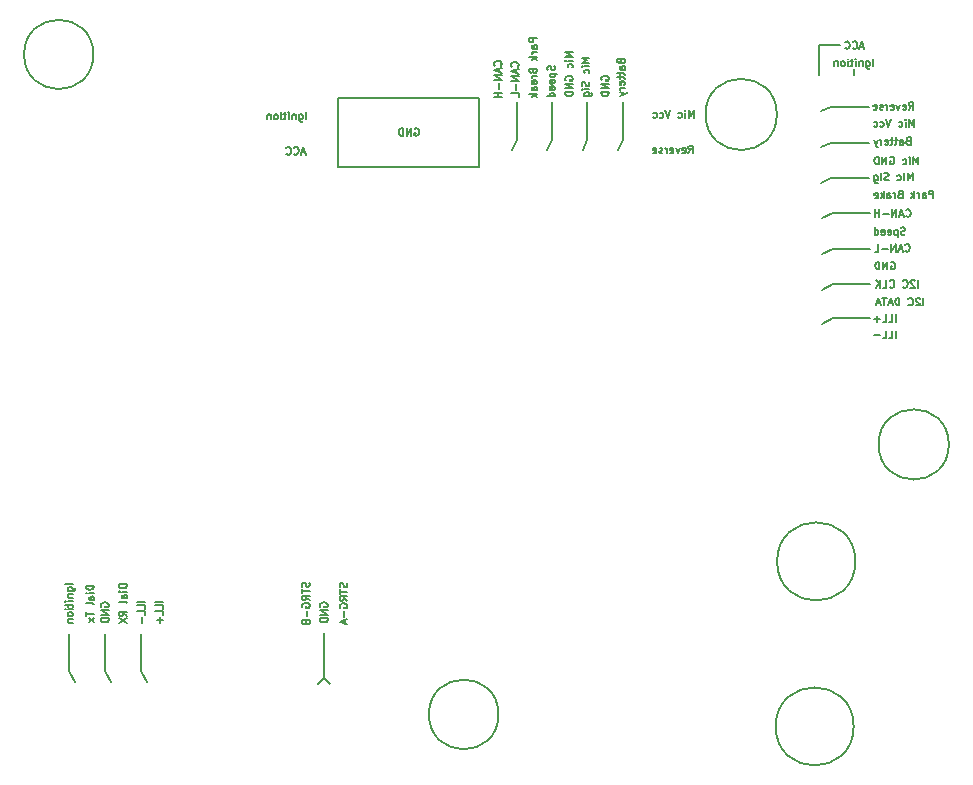
<source format=gbr>
G04 #@! TF.GenerationSoftware,KiCad,Pcbnew,(5.1.2)-2*
G04 #@! TF.CreationDate,2021-02-22T11:23:01-08:00*
G04 #@! TF.ProjectId,eZ_Navi-Delete,655a5f4e-6176-4692-9d44-656c6574652e,rev?*
G04 #@! TF.SameCoordinates,PX9347200PY548a170*
G04 #@! TF.FileFunction,Legend,Bot*
G04 #@! TF.FilePolarity,Positive*
%FSLAX46Y46*%
G04 Gerber Fmt 4.6, Leading zero omitted, Abs format (unit mm)*
G04 Created by KiCad (PCBNEW (5.1.2)-2) date 2021-02-22 11:23:01*
%MOMM*%
%LPD*%
G04 APERTURE LIST*
%ADD10C,0.150000*%
%ADD11C,0.158750*%
%ADD12C,0.200000*%
G04 APERTURE END LIST*
D10*
X-36564977Y28956000D02*
G75*
G03X-36564977Y28956000I-2932023J0D01*
G01*
X-2261257Y-26924000D02*
G75*
G03X-2261257Y-26924000I-2945743J0D01*
G01*
X35865994Y-4064000D02*
G75*
G03X35865994Y-4064000I-2972994J0D01*
G01*
X21306756Y23876000D02*
G75*
G03X21306756Y23876000I-3018756J0D01*
G01*
X-3873500Y19431000D02*
X-15811500Y19431000D01*
X-3873500Y25273000D02*
X-3873500Y19431000D01*
X-15811500Y25273000D02*
X-3873500Y25273000D01*
X-15811500Y19431000D02*
X-15811500Y25273000D01*
D11*
X6477000Y26772810D02*
X6446761Y26833286D01*
X6446761Y26924000D01*
X6477000Y27014715D01*
X6537476Y27075191D01*
X6597952Y27105429D01*
X6718904Y27135667D01*
X6809619Y27135667D01*
X6930571Y27105429D01*
X6991047Y27075191D01*
X7051523Y27014715D01*
X7081761Y26924000D01*
X7081761Y26863524D01*
X7051523Y26772810D01*
X7021285Y26742572D01*
X6809619Y26742572D01*
X6809619Y26863524D01*
X7081761Y26470429D02*
X6446761Y26470429D01*
X7081761Y26107572D01*
X6446761Y26107572D01*
X7081761Y25805191D02*
X6446761Y25805191D01*
X6446761Y25654000D01*
X6477000Y25563286D01*
X6537476Y25502810D01*
X6597952Y25472572D01*
X6718904Y25442334D01*
X6809619Y25442334D01*
X6930571Y25472572D01*
X6991047Y25502810D01*
X7051523Y25563286D01*
X7081761Y25654000D01*
X7081761Y25805191D01*
X4033761Y29149524D02*
X3398761Y29149524D01*
X3852333Y28937858D01*
X3398761Y28726191D01*
X4033761Y28726191D01*
X4033761Y28423810D02*
X3610428Y28423810D01*
X3398761Y28423810D02*
X3429000Y28454048D01*
X3459238Y28423810D01*
X3429000Y28393572D01*
X3398761Y28423810D01*
X3459238Y28423810D01*
X4003523Y27849286D02*
X4033761Y27909762D01*
X4033761Y28030715D01*
X4003523Y28091191D01*
X3973285Y28121429D01*
X3912809Y28151667D01*
X3731380Y28151667D01*
X3670904Y28121429D01*
X3640666Y28091191D01*
X3610428Y28030715D01*
X3610428Y27909762D01*
X3640666Y27849286D01*
X3429000Y26760715D02*
X3398761Y26821191D01*
X3398761Y26911905D01*
X3429000Y27002620D01*
X3489476Y27063096D01*
X3549952Y27093334D01*
X3670904Y27123572D01*
X3761619Y27123572D01*
X3882571Y27093334D01*
X3943047Y27063096D01*
X4003523Y27002620D01*
X4033761Y26911905D01*
X4033761Y26851429D01*
X4003523Y26760715D01*
X3973285Y26730477D01*
X3761619Y26730477D01*
X3761619Y26851429D01*
X4033761Y26458334D02*
X3398761Y26458334D01*
X4033761Y26095477D01*
X3398761Y26095477D01*
X4033761Y25793096D02*
X3398761Y25793096D01*
X3398761Y25641905D01*
X3429000Y25551191D01*
X3489476Y25490715D01*
X3549952Y25460477D01*
X3670904Y25430239D01*
X3761619Y25430239D01*
X3882571Y25460477D01*
X3943047Y25490715D01*
X4003523Y25551191D01*
X4033761Y25641905D01*
X4033761Y25793096D01*
X985761Y30356024D02*
X350761Y30356024D01*
X350761Y30114120D01*
X381000Y30053643D01*
X411238Y30023405D01*
X471714Y29993167D01*
X562428Y29993167D01*
X622904Y30023405D01*
X653142Y30053643D01*
X683380Y30114120D01*
X683380Y30356024D01*
X985761Y29448881D02*
X653142Y29448881D01*
X592666Y29479120D01*
X562428Y29539596D01*
X562428Y29660548D01*
X592666Y29721024D01*
X955523Y29448881D02*
X985761Y29509358D01*
X985761Y29660548D01*
X955523Y29721024D01*
X895047Y29751262D01*
X834571Y29751262D01*
X774095Y29721024D01*
X743857Y29660548D01*
X743857Y29509358D01*
X713619Y29448881D01*
X985761Y29146500D02*
X562428Y29146500D01*
X683380Y29146500D02*
X622904Y29116262D01*
X592666Y29086024D01*
X562428Y29025548D01*
X562428Y28965072D01*
X985761Y28753405D02*
X350761Y28753405D01*
X743857Y28692929D02*
X985761Y28511500D01*
X562428Y28511500D02*
X804333Y28753405D01*
X653142Y27543881D02*
X683380Y27453167D01*
X713619Y27422929D01*
X774095Y27392691D01*
X864809Y27392691D01*
X925285Y27422929D01*
X955523Y27453167D01*
X985761Y27513643D01*
X985761Y27755548D01*
X350761Y27755548D01*
X350761Y27543881D01*
X381000Y27483405D01*
X411238Y27453167D01*
X471714Y27422929D01*
X532190Y27422929D01*
X592666Y27453167D01*
X622904Y27483405D01*
X653142Y27543881D01*
X653142Y27755548D01*
X985761Y27120548D02*
X562428Y27120548D01*
X683380Y27120548D02*
X622904Y27090310D01*
X592666Y27060072D01*
X562428Y26999596D01*
X562428Y26939120D01*
X955523Y26485548D02*
X985761Y26546024D01*
X985761Y26666977D01*
X955523Y26727453D01*
X895047Y26757691D01*
X653142Y26757691D01*
X592666Y26727453D01*
X562428Y26666977D01*
X562428Y26546024D01*
X592666Y26485548D01*
X653142Y26455310D01*
X713619Y26455310D01*
X774095Y26757691D01*
X985761Y25911024D02*
X653142Y25911024D01*
X592666Y25941262D01*
X562428Y26001739D01*
X562428Y26122691D01*
X592666Y26183167D01*
X955523Y25911024D02*
X985761Y25971500D01*
X985761Y26122691D01*
X955523Y26183167D01*
X895047Y26213405D01*
X834571Y26213405D01*
X774095Y26183167D01*
X743857Y26122691D01*
X743857Y25971500D01*
X713619Y25911024D01*
X985761Y25608643D02*
X350761Y25608643D01*
X743857Y25548167D02*
X985761Y25366739D01*
X562428Y25366739D02*
X804333Y25608643D01*
X-2059215Y27994429D02*
X-2028977Y28024667D01*
X-1998739Y28115381D01*
X-1998739Y28175858D01*
X-2028977Y28266572D01*
X-2089453Y28327048D01*
X-2149929Y28357286D01*
X-2270881Y28387524D01*
X-2361596Y28387524D01*
X-2482548Y28357286D01*
X-2543024Y28327048D01*
X-2603500Y28266572D01*
X-2633739Y28175858D01*
X-2633739Y28115381D01*
X-2603500Y28024667D01*
X-2573262Y27994429D01*
X-2180167Y27752524D02*
X-2180167Y27450143D01*
X-1998739Y27813000D02*
X-2633739Y27601334D01*
X-1998739Y27389667D01*
X-1998739Y27178000D02*
X-2633739Y27178000D01*
X-1998739Y26815143D01*
X-2633739Y26815143D01*
X-2240643Y26512762D02*
X-2240643Y26028953D01*
X-1998739Y25726572D02*
X-2633739Y25726572D01*
X-2331358Y25726572D02*
X-2331358Y25363715D01*
X-1998739Y25363715D02*
X-2633739Y25363715D01*
X13824857Y20604239D02*
X14036523Y20906620D01*
X14187714Y20604239D02*
X14187714Y21239239D01*
X13945809Y21239239D01*
X13885333Y21209000D01*
X13855095Y21178762D01*
X13824857Y21118286D01*
X13824857Y21027572D01*
X13855095Y20967096D01*
X13885333Y20936858D01*
X13945809Y20906620D01*
X14187714Y20906620D01*
X13310809Y20634477D02*
X13371285Y20604239D01*
X13492238Y20604239D01*
X13552714Y20634477D01*
X13582952Y20694953D01*
X13582952Y20936858D01*
X13552714Y20997334D01*
X13492238Y21027572D01*
X13371285Y21027572D01*
X13310809Y20997334D01*
X13280571Y20936858D01*
X13280571Y20876381D01*
X13582952Y20815905D01*
X13068904Y21027572D02*
X12917714Y20604239D01*
X12766523Y21027572D01*
X12282714Y20634477D02*
X12343190Y20604239D01*
X12464142Y20604239D01*
X12524619Y20634477D01*
X12554857Y20694953D01*
X12554857Y20936858D01*
X12524619Y20997334D01*
X12464142Y21027572D01*
X12343190Y21027572D01*
X12282714Y20997334D01*
X12252476Y20936858D01*
X12252476Y20876381D01*
X12554857Y20815905D01*
X11980333Y20604239D02*
X11980333Y21027572D01*
X11980333Y20906620D02*
X11950095Y20967096D01*
X11919857Y20997334D01*
X11859380Y21027572D01*
X11798904Y21027572D01*
X11617476Y20634477D02*
X11557000Y20604239D01*
X11436047Y20604239D01*
X11375571Y20634477D01*
X11345333Y20694953D01*
X11345333Y20725191D01*
X11375571Y20785667D01*
X11436047Y20815905D01*
X11526761Y20815905D01*
X11587238Y20846143D01*
X11617476Y20906620D01*
X11617476Y20936858D01*
X11587238Y20997334D01*
X11526761Y21027572D01*
X11436047Y21027572D01*
X11375571Y20997334D01*
X10831285Y20634477D02*
X10891761Y20604239D01*
X11012714Y20604239D01*
X11073190Y20634477D01*
X11103428Y20694953D01*
X11103428Y20936858D01*
X11073190Y20997334D01*
X11012714Y21027572D01*
X10891761Y21027572D01*
X10831285Y20997334D01*
X10801047Y20936858D01*
X10801047Y20876381D01*
X11103428Y20815905D01*
X8082642Y28366358D02*
X8112880Y28275643D01*
X8143119Y28245405D01*
X8203595Y28215167D01*
X8294309Y28215167D01*
X8354785Y28245405D01*
X8385023Y28275643D01*
X8415261Y28336120D01*
X8415261Y28578024D01*
X7780261Y28578024D01*
X7780261Y28366358D01*
X7810500Y28305881D01*
X7840738Y28275643D01*
X7901214Y28245405D01*
X7961690Y28245405D01*
X8022166Y28275643D01*
X8052404Y28305881D01*
X8082642Y28366358D01*
X8082642Y28578024D01*
X8415261Y27670881D02*
X8082642Y27670881D01*
X8022166Y27701120D01*
X7991928Y27761596D01*
X7991928Y27882548D01*
X8022166Y27943024D01*
X8385023Y27670881D02*
X8415261Y27731358D01*
X8415261Y27882548D01*
X8385023Y27943024D01*
X8324547Y27973262D01*
X8264071Y27973262D01*
X8203595Y27943024D01*
X8173357Y27882548D01*
X8173357Y27731358D01*
X8143119Y27670881D01*
X7991928Y27459215D02*
X7991928Y27217310D01*
X7780261Y27368500D02*
X8324547Y27368500D01*
X8385023Y27338262D01*
X8415261Y27277786D01*
X8415261Y27217310D01*
X7991928Y27096358D02*
X7991928Y26854453D01*
X7780261Y27005643D02*
X8324547Y27005643D01*
X8385023Y26975405D01*
X8415261Y26914929D01*
X8415261Y26854453D01*
X8385023Y26400881D02*
X8415261Y26461358D01*
X8415261Y26582310D01*
X8385023Y26642786D01*
X8324547Y26673024D01*
X8082642Y26673024D01*
X8022166Y26642786D01*
X7991928Y26582310D01*
X7991928Y26461358D01*
X8022166Y26400881D01*
X8082642Y26370643D01*
X8143119Y26370643D01*
X8203595Y26673024D01*
X8415261Y26098500D02*
X7991928Y26098500D01*
X8112880Y26098500D02*
X8052404Y26068262D01*
X8022166Y26038024D01*
X7991928Y25977548D01*
X7991928Y25917072D01*
X7991928Y25765881D02*
X8415261Y25614691D01*
X7991928Y25463500D02*
X8415261Y25614691D01*
X8566452Y25675167D01*
X8596690Y25705405D01*
X8626928Y25765881D01*
X14266333Y23588739D02*
X14266333Y24223739D01*
X14054666Y23770167D01*
X13843000Y24223739D01*
X13843000Y23588739D01*
X13540619Y23588739D02*
X13540619Y24012072D01*
X13540619Y24223739D02*
X13570857Y24193500D01*
X13540619Y24163262D01*
X13510380Y24193500D01*
X13540619Y24223739D01*
X13540619Y24163262D01*
X12966095Y23618977D02*
X13026571Y23588739D01*
X13147523Y23588739D01*
X13208000Y23618977D01*
X13238238Y23649215D01*
X13268476Y23709691D01*
X13268476Y23891120D01*
X13238238Y23951596D01*
X13208000Y23981834D01*
X13147523Y24012072D01*
X13026571Y24012072D01*
X12966095Y23981834D01*
X12300857Y24223739D02*
X12089190Y23588739D01*
X11877523Y24223739D01*
X11393714Y23618977D02*
X11454190Y23588739D01*
X11575142Y23588739D01*
X11635619Y23618977D01*
X11665857Y23649215D01*
X11696095Y23709691D01*
X11696095Y23891120D01*
X11665857Y23951596D01*
X11635619Y23981834D01*
X11575142Y24012072D01*
X11454190Y24012072D01*
X11393714Y23981834D01*
X10849428Y23618977D02*
X10909904Y23588739D01*
X11030857Y23588739D01*
X11091333Y23618977D01*
X11121571Y23649215D01*
X11151809Y23709691D01*
X11151809Y23891120D01*
X11121571Y23951596D01*
X11091333Y23981834D01*
X11030857Y24012072D01*
X10909904Y24012072D01*
X10849428Y23981834D01*
D12*
X7861300Y20828000D02*
X8242300Y21717000D01*
X8242300Y21717000D02*
X8242300Y24892000D01*
D11*
X5430761Y28668739D02*
X4795761Y28668739D01*
X5249333Y28457072D01*
X4795761Y28245405D01*
X5430761Y28245405D01*
X5430761Y27943024D02*
X5007428Y27943024D01*
X4795761Y27943024D02*
X4826000Y27973262D01*
X4856238Y27943024D01*
X4826000Y27912786D01*
X4795761Y27943024D01*
X4856238Y27943024D01*
X5400523Y27368500D02*
X5430761Y27428977D01*
X5430761Y27549929D01*
X5400523Y27610405D01*
X5370285Y27640643D01*
X5309809Y27670881D01*
X5128380Y27670881D01*
X5067904Y27640643D01*
X5037666Y27610405D01*
X5007428Y27549929D01*
X5007428Y27428977D01*
X5037666Y27368500D01*
X5400523Y26642786D02*
X5430761Y26552072D01*
X5430761Y26400881D01*
X5400523Y26340405D01*
X5370285Y26310167D01*
X5309809Y26279929D01*
X5249333Y26279929D01*
X5188857Y26310167D01*
X5158619Y26340405D01*
X5128380Y26400881D01*
X5098142Y26521834D01*
X5067904Y26582310D01*
X5037666Y26612548D01*
X4977190Y26642786D01*
X4916714Y26642786D01*
X4856238Y26612548D01*
X4826000Y26582310D01*
X4795761Y26521834D01*
X4795761Y26370643D01*
X4826000Y26279929D01*
X5430761Y26007786D02*
X5007428Y26007786D01*
X4795761Y26007786D02*
X4826000Y26038024D01*
X4856238Y26007786D01*
X4826000Y25977548D01*
X4795761Y26007786D01*
X4856238Y26007786D01*
X5007428Y25433262D02*
X5521476Y25433262D01*
X5581952Y25463500D01*
X5612190Y25493739D01*
X5642428Y25554215D01*
X5642428Y25644929D01*
X5612190Y25705405D01*
X5400523Y25433262D02*
X5430761Y25493739D01*
X5430761Y25614691D01*
X5400523Y25675167D01*
X5370285Y25705405D01*
X5309809Y25735643D01*
X5128380Y25735643D01*
X5067904Y25705405D01*
X5037666Y25675167D01*
X5007428Y25614691D01*
X5007428Y25493739D01*
X5037666Y25433262D01*
D12*
X5257800Y21717000D02*
X5257800Y24892000D01*
X4876800Y20828000D02*
X5257800Y21717000D01*
D11*
X2479523Y27970239D02*
X2509761Y27879524D01*
X2509761Y27728334D01*
X2479523Y27667858D01*
X2449285Y27637620D01*
X2388809Y27607381D01*
X2328333Y27607381D01*
X2267857Y27637620D01*
X2237619Y27667858D01*
X2207380Y27728334D01*
X2177142Y27849286D01*
X2146904Y27909762D01*
X2116666Y27940000D01*
X2056190Y27970239D01*
X1995714Y27970239D01*
X1935238Y27940000D01*
X1905000Y27909762D01*
X1874761Y27849286D01*
X1874761Y27698096D01*
X1905000Y27607381D01*
X2086428Y27335239D02*
X2721428Y27335239D01*
X2116666Y27335239D02*
X2086428Y27274762D01*
X2086428Y27153810D01*
X2116666Y27093334D01*
X2146904Y27063096D01*
X2207380Y27032858D01*
X2388809Y27032858D01*
X2449285Y27063096D01*
X2479523Y27093334D01*
X2509761Y27153810D01*
X2509761Y27274762D01*
X2479523Y27335239D01*
X2479523Y26518810D02*
X2509761Y26579286D01*
X2509761Y26700239D01*
X2479523Y26760715D01*
X2419047Y26790953D01*
X2177142Y26790953D01*
X2116666Y26760715D01*
X2086428Y26700239D01*
X2086428Y26579286D01*
X2116666Y26518810D01*
X2177142Y26488572D01*
X2237619Y26488572D01*
X2298095Y26790953D01*
X2479523Y25974524D02*
X2509761Y26035000D01*
X2509761Y26155953D01*
X2479523Y26216429D01*
X2419047Y26246667D01*
X2177142Y26246667D01*
X2116666Y26216429D01*
X2086428Y26155953D01*
X2086428Y26035000D01*
X2116666Y25974524D01*
X2177142Y25944286D01*
X2237619Y25944286D01*
X2298095Y26246667D01*
X2509761Y25400000D02*
X1874761Y25400000D01*
X2479523Y25400000D02*
X2509761Y25460477D01*
X2509761Y25581429D01*
X2479523Y25641905D01*
X2449285Y25672143D01*
X2388809Y25702381D01*
X2207380Y25702381D01*
X2146904Y25672143D01*
X2116666Y25641905D01*
X2086428Y25581429D01*
X2086428Y25460477D01*
X2116666Y25400000D01*
D12*
X1879600Y20828000D02*
X2260600Y21717000D01*
X2260600Y21717000D02*
X2260600Y24892000D01*
D11*
X-624115Y27918834D02*
X-593877Y27949072D01*
X-563639Y28039786D01*
X-563639Y28100262D01*
X-593877Y28190977D01*
X-654353Y28251453D01*
X-714829Y28281691D01*
X-835781Y28311929D01*
X-926496Y28311929D01*
X-1047448Y28281691D01*
X-1107924Y28251453D01*
X-1168400Y28190977D01*
X-1198639Y28100262D01*
X-1198639Y28039786D01*
X-1168400Y27949072D01*
X-1138162Y27918834D01*
X-745067Y27676929D02*
X-745067Y27374548D01*
X-563639Y27737405D02*
X-1198639Y27525739D01*
X-563639Y27314072D01*
X-563639Y27102405D02*
X-1198639Y27102405D01*
X-563639Y26739548D01*
X-1198639Y26739548D01*
X-805543Y26437167D02*
X-805543Y25953358D01*
X-563639Y25348596D02*
X-563639Y25650977D01*
X-1198639Y25650977D01*
D12*
X-1104900Y20828000D02*
X-723900Y21717000D01*
X-723900Y21717000D02*
X-723900Y24892000D01*
D11*
X-9358691Y22669500D02*
X-9298215Y22699739D01*
X-9207500Y22699739D01*
X-9116786Y22669500D01*
X-9056310Y22609024D01*
X-9026072Y22548548D01*
X-8995834Y22427596D01*
X-8995834Y22336881D01*
X-9026072Y22215929D01*
X-9056310Y22155453D01*
X-9116786Y22094977D01*
X-9207500Y22064739D01*
X-9267977Y22064739D01*
X-9358691Y22094977D01*
X-9388929Y22125215D01*
X-9388929Y22336881D01*
X-9267977Y22336881D01*
X-9661072Y22064739D02*
X-9661072Y22699739D01*
X-10023929Y22064739D01*
X-10023929Y22699739D01*
X-10326310Y22064739D02*
X-10326310Y22699739D01*
X-10477500Y22699739D01*
X-10568215Y22669500D01*
X-10628691Y22609024D01*
X-10658929Y22548548D01*
X-10689167Y22427596D01*
X-10689167Y22336881D01*
X-10658929Y22215929D01*
X-10628691Y22155453D01*
X-10568215Y22094977D01*
X-10477500Y22064739D01*
X-10326310Y22064739D01*
X-18560143Y23461739D02*
X-18560143Y24096739D01*
X-19134667Y23885072D02*
X-19134667Y23371024D01*
X-19104429Y23310548D01*
X-19074191Y23280310D01*
X-19013715Y23250072D01*
X-18923000Y23250072D01*
X-18862524Y23280310D01*
X-19134667Y23491977D02*
X-19074191Y23461739D01*
X-18953239Y23461739D01*
X-18892762Y23491977D01*
X-18862524Y23522215D01*
X-18832286Y23582691D01*
X-18832286Y23764120D01*
X-18862524Y23824596D01*
X-18892762Y23854834D01*
X-18953239Y23885072D01*
X-19074191Y23885072D01*
X-19134667Y23854834D01*
X-19437048Y23885072D02*
X-19437048Y23461739D01*
X-19437048Y23824596D02*
X-19467286Y23854834D01*
X-19527762Y23885072D01*
X-19618477Y23885072D01*
X-19678953Y23854834D01*
X-19709191Y23794358D01*
X-19709191Y23461739D01*
X-20011572Y23461739D02*
X-20011572Y23885072D01*
X-20011572Y24096739D02*
X-19981334Y24066500D01*
X-20011572Y24036262D01*
X-20041810Y24066500D01*
X-20011572Y24096739D01*
X-20011572Y24036262D01*
X-20223239Y23885072D02*
X-20465143Y23885072D01*
X-20313953Y24096739D02*
X-20313953Y23552453D01*
X-20344191Y23491977D01*
X-20404667Y23461739D01*
X-20465143Y23461739D01*
X-20676810Y23461739D02*
X-20676810Y23885072D01*
X-20676810Y24096739D02*
X-20646572Y24066500D01*
X-20676810Y24036262D01*
X-20707048Y24066500D01*
X-20676810Y24096739D01*
X-20676810Y24036262D01*
X-21069905Y23461739D02*
X-21009429Y23491977D01*
X-20979191Y23522215D01*
X-20948953Y23582691D01*
X-20948953Y23764120D01*
X-20979191Y23824596D01*
X-21009429Y23854834D01*
X-21069905Y23885072D01*
X-21160620Y23885072D01*
X-21221096Y23854834D01*
X-21251334Y23824596D01*
X-21281572Y23764120D01*
X-21281572Y23582691D01*
X-21251334Y23522215D01*
X-21221096Y23491977D01*
X-21160620Y23461739D01*
X-21069905Y23461739D01*
X-21553715Y23885072D02*
X-21553715Y23461739D01*
X-21553715Y23824596D02*
X-21583953Y23854834D01*
X-21644429Y23885072D01*
X-21735143Y23885072D01*
X-21795620Y23854834D01*
X-21825858Y23794358D01*
X-21825858Y23461739D01*
X-18644810Y20658667D02*
X-18947191Y20658667D01*
X-18584334Y20477239D02*
X-18796000Y21112239D01*
X-19007667Y20477239D01*
X-19582191Y20537715D02*
X-19551953Y20507477D01*
X-19461239Y20477239D01*
X-19400762Y20477239D01*
X-19310048Y20507477D01*
X-19249572Y20567953D01*
X-19219334Y20628429D01*
X-19189096Y20749381D01*
X-19189096Y20840096D01*
X-19219334Y20961048D01*
X-19249572Y21021524D01*
X-19310048Y21082000D01*
X-19400762Y21112239D01*
X-19461239Y21112239D01*
X-19551953Y21082000D01*
X-19582191Y21051762D01*
X-20217191Y20537715D02*
X-20186953Y20507477D01*
X-20096239Y20477239D01*
X-20035762Y20477239D01*
X-19945048Y20507477D01*
X-19884572Y20567953D01*
X-19854334Y20628429D01*
X-19824096Y20749381D01*
X-19824096Y20840096D01*
X-19854334Y20961048D01*
X-19884572Y21021524D01*
X-19945048Y21082000D01*
X-20035762Y21112239D01*
X-20096239Y21112239D01*
X-20186953Y21082000D01*
X-20217191Y21051762D01*
D10*
X27813000Y-27940000D02*
G75*
G03X27813000Y-27940000I-3302000J0D01*
G01*
X27949755Y-13970000D02*
G75*
G03X27949755Y-13970000I-3311755J0D01*
G01*
D12*
X25146000Y9017000D02*
X26035000Y9525000D01*
X26035000Y9525000D02*
X29210000Y9525000D01*
D11*
X33249809Y9212339D02*
X33249809Y9847339D01*
X32977666Y9786862D02*
X32947428Y9817100D01*
X32886952Y9847339D01*
X32735761Y9847339D01*
X32675285Y9817100D01*
X32645047Y9786862D01*
X32614809Y9726386D01*
X32614809Y9665910D01*
X32645047Y9575196D01*
X33007904Y9212339D01*
X32614809Y9212339D01*
X31979809Y9272815D02*
X32010047Y9242577D01*
X32100761Y9212339D01*
X32161238Y9212339D01*
X32251952Y9242577D01*
X32312428Y9303053D01*
X32342666Y9363529D01*
X32372904Y9484481D01*
X32372904Y9575196D01*
X32342666Y9696148D01*
X32312428Y9756624D01*
X32251952Y9817100D01*
X32161238Y9847339D01*
X32100761Y9847339D01*
X32010047Y9817100D01*
X31979809Y9786862D01*
X30861000Y9272815D02*
X30891238Y9242577D01*
X30981952Y9212339D01*
X31042428Y9212339D01*
X31133142Y9242577D01*
X31193619Y9303053D01*
X31223857Y9363529D01*
X31254095Y9484481D01*
X31254095Y9575196D01*
X31223857Y9696148D01*
X31193619Y9756624D01*
X31133142Y9817100D01*
X31042428Y9847339D01*
X30981952Y9847339D01*
X30891238Y9817100D01*
X30861000Y9786862D01*
X30286476Y9212339D02*
X30588857Y9212339D01*
X30588857Y9847339D01*
X30074809Y9212339D02*
X30074809Y9847339D01*
X29711952Y9212339D02*
X29984095Y9575196D01*
X29711952Y9847339D02*
X30074809Y9484481D01*
X33715476Y7713739D02*
X33715476Y8348739D01*
X33443333Y8288262D02*
X33413095Y8318500D01*
X33352619Y8348739D01*
X33201428Y8348739D01*
X33140952Y8318500D01*
X33110714Y8288262D01*
X33080476Y8227786D01*
X33080476Y8167310D01*
X33110714Y8076596D01*
X33473571Y7713739D01*
X33080476Y7713739D01*
X32445476Y7774215D02*
X32475714Y7743977D01*
X32566428Y7713739D01*
X32626904Y7713739D01*
X32717619Y7743977D01*
X32778095Y7804453D01*
X32808333Y7864929D01*
X32838571Y7985881D01*
X32838571Y8076596D01*
X32808333Y8197548D01*
X32778095Y8258024D01*
X32717619Y8318500D01*
X32626904Y8348739D01*
X32566428Y8348739D01*
X32475714Y8318500D01*
X32445476Y8288262D01*
X31689523Y7713739D02*
X31689523Y8348739D01*
X31538333Y8348739D01*
X31447619Y8318500D01*
X31387142Y8258024D01*
X31356904Y8197548D01*
X31326666Y8076596D01*
X31326666Y7985881D01*
X31356904Y7864929D01*
X31387142Y7804453D01*
X31447619Y7743977D01*
X31538333Y7713739D01*
X31689523Y7713739D01*
X31084761Y7895167D02*
X30782380Y7895167D01*
X31145238Y7713739D02*
X30933571Y8348739D01*
X30721904Y7713739D01*
X30600952Y8348739D02*
X30238095Y8348739D01*
X30419523Y7713739D02*
X30419523Y8348739D01*
X30056666Y7895167D02*
X29754285Y7895167D01*
X30117142Y7713739D02*
X29905476Y8348739D01*
X29693809Y7713739D01*
D12*
X-38602694Y-23287082D02*
X-38602694Y-20112082D01*
X-38094694Y-24176082D02*
X-38602694Y-23287082D01*
X-35554694Y-23287082D02*
X-35554694Y-20112082D01*
X-35046694Y-24176082D02*
X-35554694Y-23287082D01*
D11*
X-38320739Y-15893142D02*
X-38955739Y-15893142D01*
X-38744072Y-16467666D02*
X-38230024Y-16467666D01*
X-38169548Y-16437428D01*
X-38139310Y-16407190D01*
X-38109072Y-16346714D01*
X-38109072Y-16256000D01*
X-38139310Y-16195523D01*
X-38350977Y-16467666D02*
X-38320739Y-16407190D01*
X-38320739Y-16286238D01*
X-38350977Y-16225761D01*
X-38381215Y-16195523D01*
X-38441691Y-16165285D01*
X-38623120Y-16165285D01*
X-38683596Y-16195523D01*
X-38713834Y-16225761D01*
X-38744072Y-16286238D01*
X-38744072Y-16407190D01*
X-38713834Y-16467666D01*
X-38744072Y-16770047D02*
X-38320739Y-16770047D01*
X-38683596Y-16770047D02*
X-38713834Y-16800285D01*
X-38744072Y-16860761D01*
X-38744072Y-16951476D01*
X-38713834Y-17011952D01*
X-38653358Y-17042190D01*
X-38320739Y-17042190D01*
X-38320739Y-17344571D02*
X-38744072Y-17344571D01*
X-38955739Y-17344571D02*
X-38925500Y-17314333D01*
X-38895262Y-17344571D01*
X-38925500Y-17374809D01*
X-38955739Y-17344571D01*
X-38895262Y-17344571D01*
X-38744072Y-17556238D02*
X-38744072Y-17798142D01*
X-38955739Y-17646952D02*
X-38411453Y-17646952D01*
X-38350977Y-17677190D01*
X-38320739Y-17737666D01*
X-38320739Y-17798142D01*
X-38320739Y-18009809D02*
X-38744072Y-18009809D01*
X-38955739Y-18009809D02*
X-38925500Y-17979571D01*
X-38895262Y-18009809D01*
X-38925500Y-18040047D01*
X-38955739Y-18009809D01*
X-38895262Y-18009809D01*
X-38320739Y-18402904D02*
X-38350977Y-18342428D01*
X-38381215Y-18312190D01*
X-38441691Y-18281952D01*
X-38623120Y-18281952D01*
X-38683596Y-18312190D01*
X-38713834Y-18342428D01*
X-38744072Y-18402904D01*
X-38744072Y-18493619D01*
X-38713834Y-18554095D01*
X-38683596Y-18584333D01*
X-38623120Y-18614571D01*
X-38441691Y-18614571D01*
X-38381215Y-18584333D01*
X-38350977Y-18554095D01*
X-38320739Y-18493619D01*
X-38320739Y-18402904D01*
X-38744072Y-18886714D02*
X-38320739Y-18886714D01*
X-38683596Y-18886714D02*
X-38713834Y-18916952D01*
X-38744072Y-18977428D01*
X-38744072Y-19068142D01*
X-38713834Y-19128619D01*
X-38653358Y-19158857D01*
X-38320739Y-19158857D01*
X-36542739Y-16014095D02*
X-37177739Y-16014095D01*
X-37177739Y-16165285D01*
X-37147500Y-16256000D01*
X-37087024Y-16316476D01*
X-37026548Y-16346714D01*
X-36905596Y-16376952D01*
X-36814881Y-16376952D01*
X-36693929Y-16346714D01*
X-36633453Y-16316476D01*
X-36572977Y-16256000D01*
X-36542739Y-16165285D01*
X-36542739Y-16014095D01*
X-36542739Y-16649095D02*
X-36966072Y-16649095D01*
X-37177739Y-16649095D02*
X-37147500Y-16618857D01*
X-37117262Y-16649095D01*
X-37147500Y-16679333D01*
X-37177739Y-16649095D01*
X-37117262Y-16649095D01*
X-36542739Y-17223619D02*
X-36875358Y-17223619D01*
X-36935834Y-17193380D01*
X-36966072Y-17132904D01*
X-36966072Y-17011952D01*
X-36935834Y-16951476D01*
X-36572977Y-17223619D02*
X-36542739Y-17163142D01*
X-36542739Y-17011952D01*
X-36572977Y-16951476D01*
X-36633453Y-16921238D01*
X-36693929Y-16921238D01*
X-36754405Y-16951476D01*
X-36784643Y-17011952D01*
X-36784643Y-17163142D01*
X-36814881Y-17223619D01*
X-36542739Y-17616714D02*
X-36572977Y-17556238D01*
X-36633453Y-17526000D01*
X-37177739Y-17526000D01*
X-37177739Y-18251714D02*
X-37177739Y-18614571D01*
X-36542739Y-18433142D02*
X-37177739Y-18433142D01*
X-36542739Y-18765761D02*
X-36966072Y-19098380D01*
X-36966072Y-18765761D02*
X-36542739Y-19098380D01*
X-35877500Y-17804190D02*
X-35907739Y-17743714D01*
X-35907739Y-17653000D01*
X-35877500Y-17562285D01*
X-35817024Y-17501809D01*
X-35756548Y-17471571D01*
X-35635596Y-17441333D01*
X-35544881Y-17441333D01*
X-35423929Y-17471571D01*
X-35363453Y-17501809D01*
X-35302977Y-17562285D01*
X-35272739Y-17653000D01*
X-35272739Y-17713476D01*
X-35302977Y-17804190D01*
X-35333215Y-17834428D01*
X-35544881Y-17834428D01*
X-35544881Y-17713476D01*
X-35272739Y-18106571D02*
X-35907739Y-18106571D01*
X-35272739Y-18469428D01*
X-35907739Y-18469428D01*
X-35272739Y-18771809D02*
X-35907739Y-18771809D01*
X-35907739Y-18923000D01*
X-35877500Y-19013714D01*
X-35817024Y-19074190D01*
X-35756548Y-19104428D01*
X-35635596Y-19134666D01*
X-35544881Y-19134666D01*
X-35423929Y-19104428D01*
X-35363453Y-19074190D01*
X-35302977Y-19013714D01*
X-35272739Y-18923000D01*
X-35272739Y-18771809D01*
X-33748739Y-15893142D02*
X-34383739Y-15893142D01*
X-34383739Y-16044333D01*
X-34353500Y-16135047D01*
X-34293024Y-16195523D01*
X-34232548Y-16225761D01*
X-34111596Y-16256000D01*
X-34020881Y-16256000D01*
X-33899929Y-16225761D01*
X-33839453Y-16195523D01*
X-33778977Y-16135047D01*
X-33748739Y-16044333D01*
X-33748739Y-15893142D01*
X-33748739Y-16528142D02*
X-34172072Y-16528142D01*
X-34383739Y-16528142D02*
X-34353500Y-16497904D01*
X-34323262Y-16528142D01*
X-34353500Y-16558380D01*
X-34383739Y-16528142D01*
X-34323262Y-16528142D01*
X-33748739Y-17102666D02*
X-34081358Y-17102666D01*
X-34141834Y-17072428D01*
X-34172072Y-17011952D01*
X-34172072Y-16891000D01*
X-34141834Y-16830523D01*
X-33778977Y-17102666D02*
X-33748739Y-17042190D01*
X-33748739Y-16891000D01*
X-33778977Y-16830523D01*
X-33839453Y-16800285D01*
X-33899929Y-16800285D01*
X-33960405Y-16830523D01*
X-33990643Y-16891000D01*
X-33990643Y-17042190D01*
X-34020881Y-17102666D01*
X-33748739Y-17495761D02*
X-33778977Y-17435285D01*
X-33839453Y-17405047D01*
X-34383739Y-17405047D01*
X-33748739Y-18584333D02*
X-34051120Y-18372666D01*
X-33748739Y-18221476D02*
X-34383739Y-18221476D01*
X-34383739Y-18463380D01*
X-34353500Y-18523857D01*
X-34323262Y-18554095D01*
X-34262786Y-18584333D01*
X-34172072Y-18584333D01*
X-34111596Y-18554095D01*
X-34081358Y-18523857D01*
X-34051120Y-18463380D01*
X-34051120Y-18221476D01*
X-34383739Y-18796000D02*
X-33748739Y-19219333D01*
X-34383739Y-19219333D02*
X-33748739Y-18796000D01*
X-32224739Y-17380857D02*
X-32859739Y-17380857D01*
X-32224739Y-17985619D02*
X-32224739Y-17683238D01*
X-32859739Y-17683238D01*
X-32224739Y-18499666D02*
X-32224739Y-18197285D01*
X-32859739Y-18197285D01*
X-32466643Y-18711333D02*
X-32466643Y-19195142D01*
X-30700739Y-17380857D02*
X-31335739Y-17380857D01*
X-30700739Y-17985619D02*
X-30700739Y-17683238D01*
X-31335739Y-17683238D01*
X-30700739Y-18499666D02*
X-30700739Y-18197285D01*
X-31335739Y-18197285D01*
X-30942643Y-18711333D02*
X-30942643Y-19195142D01*
X-30700739Y-18953238D02*
X-31184548Y-18953238D01*
D12*
X-16510000Y-24384000D02*
X-17018000Y-23876000D01*
X-17018000Y-23876000D02*
X-17018000Y-20066000D01*
X-17526000Y-24384000D02*
X-17018000Y-23876000D01*
D11*
X-17335500Y-17804190D02*
X-17365739Y-17743714D01*
X-17365739Y-17653000D01*
X-17335500Y-17562285D01*
X-17275024Y-17501809D01*
X-17214548Y-17471571D01*
X-17093596Y-17441333D01*
X-17002881Y-17441333D01*
X-16881929Y-17471571D01*
X-16821453Y-17501809D01*
X-16760977Y-17562285D01*
X-16730739Y-17653000D01*
X-16730739Y-17713476D01*
X-16760977Y-17804190D01*
X-16791215Y-17834428D01*
X-17002881Y-17834428D01*
X-17002881Y-17713476D01*
X-16730739Y-18106571D02*
X-17365739Y-18106571D01*
X-16730739Y-18469428D01*
X-17365739Y-18469428D01*
X-16730739Y-18771809D02*
X-17365739Y-18771809D01*
X-17365739Y-18923000D01*
X-17335500Y-19013714D01*
X-17275024Y-19074190D01*
X-17214548Y-19104428D01*
X-17093596Y-19134666D01*
X-17002881Y-19134666D01*
X-16881929Y-19104428D01*
X-16821453Y-19074190D01*
X-16760977Y-19013714D01*
X-16730739Y-18923000D01*
X-16730739Y-18771809D01*
X-18284977Y-15757071D02*
X-18254739Y-15847785D01*
X-18254739Y-15998976D01*
X-18284977Y-16059452D01*
X-18315215Y-16089690D01*
X-18375691Y-16119928D01*
X-18436167Y-16119928D01*
X-18496643Y-16089690D01*
X-18526881Y-16059452D01*
X-18557120Y-15998976D01*
X-18587358Y-15878023D01*
X-18617596Y-15817547D01*
X-18647834Y-15787309D01*
X-18708310Y-15757071D01*
X-18768786Y-15757071D01*
X-18829262Y-15787309D01*
X-18859500Y-15817547D01*
X-18889739Y-15878023D01*
X-18889739Y-16029214D01*
X-18859500Y-16119928D01*
X-18889739Y-16301357D02*
X-18889739Y-16664214D01*
X-18254739Y-16482785D02*
X-18889739Y-16482785D01*
X-18254739Y-17238738D02*
X-18557120Y-17027071D01*
X-18254739Y-16875880D02*
X-18889739Y-16875880D01*
X-18889739Y-17117785D01*
X-18859500Y-17178261D01*
X-18829262Y-17208500D01*
X-18768786Y-17238738D01*
X-18678072Y-17238738D01*
X-18617596Y-17208500D01*
X-18587358Y-17178261D01*
X-18557120Y-17117785D01*
X-18557120Y-16875880D01*
X-18859500Y-17843500D02*
X-18889739Y-17783023D01*
X-18889739Y-17692309D01*
X-18859500Y-17601595D01*
X-18799024Y-17541119D01*
X-18738548Y-17510880D01*
X-18617596Y-17480642D01*
X-18526881Y-17480642D01*
X-18405929Y-17510880D01*
X-18345453Y-17541119D01*
X-18284977Y-17601595D01*
X-18254739Y-17692309D01*
X-18254739Y-17752785D01*
X-18284977Y-17843500D01*
X-18315215Y-17873738D01*
X-18526881Y-17873738D01*
X-18526881Y-17752785D01*
X-18496643Y-18145880D02*
X-18496643Y-18629690D01*
X-18587358Y-19143738D02*
X-18557120Y-19234452D01*
X-18526881Y-19264690D01*
X-18466405Y-19294928D01*
X-18375691Y-19294928D01*
X-18315215Y-19264690D01*
X-18284977Y-19234452D01*
X-18254739Y-19173976D01*
X-18254739Y-18932071D01*
X-18889739Y-18932071D01*
X-18889739Y-19143738D01*
X-18859500Y-19204214D01*
X-18829262Y-19234452D01*
X-18768786Y-19264690D01*
X-18708310Y-19264690D01*
X-18647834Y-19234452D01*
X-18617596Y-19204214D01*
X-18587358Y-19143738D01*
X-18587358Y-18932071D01*
D12*
X-32506694Y-23287082D02*
X-32506694Y-20112082D01*
D11*
X-15109977Y-15802428D02*
X-15079739Y-15893142D01*
X-15079739Y-16044333D01*
X-15109977Y-16104809D01*
X-15140215Y-16135047D01*
X-15200691Y-16165285D01*
X-15261167Y-16165285D01*
X-15321643Y-16135047D01*
X-15351881Y-16104809D01*
X-15382120Y-16044333D01*
X-15412358Y-15923380D01*
X-15442596Y-15862904D01*
X-15472834Y-15832666D01*
X-15533310Y-15802428D01*
X-15593786Y-15802428D01*
X-15654262Y-15832666D01*
X-15684500Y-15862904D01*
X-15714739Y-15923380D01*
X-15714739Y-16074571D01*
X-15684500Y-16165285D01*
X-15714739Y-16346714D02*
X-15714739Y-16709571D01*
X-15079739Y-16528142D02*
X-15714739Y-16528142D01*
X-15079739Y-17284095D02*
X-15382120Y-17072428D01*
X-15079739Y-16921238D02*
X-15714739Y-16921238D01*
X-15714739Y-17163142D01*
X-15684500Y-17223619D01*
X-15654262Y-17253857D01*
X-15593786Y-17284095D01*
X-15503072Y-17284095D01*
X-15442596Y-17253857D01*
X-15412358Y-17223619D01*
X-15382120Y-17163142D01*
X-15382120Y-16921238D01*
X-15684500Y-17888857D02*
X-15714739Y-17828380D01*
X-15714739Y-17737666D01*
X-15684500Y-17646952D01*
X-15624024Y-17586476D01*
X-15563548Y-17556238D01*
X-15442596Y-17526000D01*
X-15351881Y-17526000D01*
X-15230929Y-17556238D01*
X-15170453Y-17586476D01*
X-15109977Y-17646952D01*
X-15079739Y-17737666D01*
X-15079739Y-17798142D01*
X-15109977Y-17888857D01*
X-15140215Y-17919095D01*
X-15351881Y-17919095D01*
X-15351881Y-17798142D01*
X-15321643Y-18191238D02*
X-15321643Y-18675047D01*
X-15261167Y-18947190D02*
X-15261167Y-19249571D01*
X-15079739Y-18886714D02*
X-15714739Y-19098380D01*
X-15079739Y-19310047D01*
D12*
X-31998694Y-24176082D02*
X-32506694Y-23287082D01*
X26035000Y6604000D02*
X29210000Y6604000D01*
X25146000Y6096000D02*
X26035000Y6604000D01*
X26035000Y12522200D02*
X29210000Y12522200D01*
X25146000Y12065000D02*
X26035000Y12522200D01*
X26035000Y15519400D02*
X29210000Y15519400D01*
X25146000Y15113000D02*
X26035000Y15519400D01*
X25908000Y18516600D02*
X29083000Y18516600D01*
X25019000Y18084800D02*
X25908000Y18516600D01*
X25908000Y21488400D02*
X29083000Y21488400D01*
X25019000Y21082000D02*
X25908000Y21488400D01*
X25908000Y24511000D02*
X29083000Y24511000D01*
X25019000Y24130000D02*
X25908000Y24511000D01*
X27813000Y27178000D02*
X27813000Y27686000D01*
X24892000Y29718000D02*
X26670000Y29718000D01*
X24892000Y27178000D02*
X24892000Y29718000D01*
D11*
X31387142Y4919739D02*
X31387142Y5554739D01*
X30782380Y4919739D02*
X31084761Y4919739D01*
X31084761Y5554739D01*
X30268333Y4919739D02*
X30570714Y4919739D01*
X30570714Y5554739D01*
X30056666Y5161643D02*
X29572857Y5161643D01*
X31387142Y6316739D02*
X31387142Y6951739D01*
X30782380Y6316739D02*
X31084761Y6316739D01*
X31084761Y6951739D01*
X30268333Y6316739D02*
X30570714Y6316739D01*
X30570714Y6951739D01*
X30056666Y6558643D02*
X29572857Y6558643D01*
X29814761Y6316739D02*
X29814761Y6800548D01*
X30963809Y11366500D02*
X31024285Y11396739D01*
X31115000Y11396739D01*
X31205714Y11366500D01*
X31266190Y11306024D01*
X31296428Y11245548D01*
X31326666Y11124596D01*
X31326666Y11033881D01*
X31296428Y10912929D01*
X31266190Y10852453D01*
X31205714Y10791977D01*
X31115000Y10761739D01*
X31054523Y10761739D01*
X30963809Y10791977D01*
X30933571Y10822215D01*
X30933571Y11033881D01*
X31054523Y11033881D01*
X30661428Y10761739D02*
X30661428Y11396739D01*
X30298571Y10761739D01*
X30298571Y11396739D01*
X29996190Y10761739D02*
X29996190Y11396739D01*
X29845000Y11396739D01*
X29754285Y11366500D01*
X29693809Y11306024D01*
X29663571Y11245548D01*
X29633333Y11124596D01*
X29633333Y11033881D01*
X29663571Y10912929D01*
X29693809Y10852453D01*
X29754285Y10791977D01*
X29845000Y10761739D01*
X29996190Y10761739D01*
X32173333Y12320815D02*
X32203571Y12290577D01*
X32294285Y12260339D01*
X32354761Y12260339D01*
X32445476Y12290577D01*
X32505952Y12351053D01*
X32536190Y12411529D01*
X32566428Y12532481D01*
X32566428Y12623196D01*
X32536190Y12744148D01*
X32505952Y12804624D01*
X32445476Y12865100D01*
X32354761Y12895339D01*
X32294285Y12895339D01*
X32203571Y12865100D01*
X32173333Y12834862D01*
X31931428Y12441767D02*
X31629047Y12441767D01*
X31991904Y12260339D02*
X31780238Y12895339D01*
X31568571Y12260339D01*
X31356904Y12260339D02*
X31356904Y12895339D01*
X30994047Y12260339D01*
X30994047Y12895339D01*
X30691666Y12502243D02*
X30207857Y12502243D01*
X29603095Y12260339D02*
X29905476Y12260339D01*
X29905476Y12895339D01*
X32493857Y24287239D02*
X32705523Y24589620D01*
X32856714Y24287239D02*
X32856714Y24922239D01*
X32614809Y24922239D01*
X32554333Y24892000D01*
X32524095Y24861762D01*
X32493857Y24801286D01*
X32493857Y24710572D01*
X32524095Y24650096D01*
X32554333Y24619858D01*
X32614809Y24589620D01*
X32856714Y24589620D01*
X31979809Y24317477D02*
X32040285Y24287239D01*
X32161238Y24287239D01*
X32221714Y24317477D01*
X32251952Y24377953D01*
X32251952Y24619858D01*
X32221714Y24680334D01*
X32161238Y24710572D01*
X32040285Y24710572D01*
X31979809Y24680334D01*
X31949571Y24619858D01*
X31949571Y24559381D01*
X32251952Y24498905D01*
X31737904Y24710572D02*
X31586714Y24287239D01*
X31435523Y24710572D01*
X30951714Y24317477D02*
X31012190Y24287239D01*
X31133142Y24287239D01*
X31193619Y24317477D01*
X31223857Y24377953D01*
X31223857Y24619858D01*
X31193619Y24680334D01*
X31133142Y24710572D01*
X31012190Y24710572D01*
X30951714Y24680334D01*
X30921476Y24619858D01*
X30921476Y24559381D01*
X31223857Y24498905D01*
X30649333Y24287239D02*
X30649333Y24710572D01*
X30649333Y24589620D02*
X30619095Y24650096D01*
X30588857Y24680334D01*
X30528380Y24710572D01*
X30467904Y24710572D01*
X30286476Y24317477D02*
X30226000Y24287239D01*
X30105047Y24287239D01*
X30044571Y24317477D01*
X30014333Y24377953D01*
X30014333Y24408191D01*
X30044571Y24468667D01*
X30105047Y24498905D01*
X30195761Y24498905D01*
X30256238Y24529143D01*
X30286476Y24589620D01*
X30286476Y24619858D01*
X30256238Y24680334D01*
X30195761Y24710572D01*
X30105047Y24710572D01*
X30044571Y24680334D01*
X29500285Y24317477D02*
X29560761Y24287239D01*
X29681714Y24287239D01*
X29742190Y24317477D01*
X29772428Y24377953D01*
X29772428Y24619858D01*
X29742190Y24680334D01*
X29681714Y24710572D01*
X29560761Y24710572D01*
X29500285Y24680334D01*
X29470047Y24619858D01*
X29470047Y24559381D01*
X29772428Y24498905D01*
X32248928Y15267215D02*
X32279166Y15236977D01*
X32369880Y15206739D01*
X32430357Y15206739D01*
X32521071Y15236977D01*
X32581547Y15297453D01*
X32611785Y15357929D01*
X32642023Y15478881D01*
X32642023Y15569596D01*
X32611785Y15690548D01*
X32581547Y15751024D01*
X32521071Y15811500D01*
X32430357Y15841739D01*
X32369880Y15841739D01*
X32279166Y15811500D01*
X32248928Y15781262D01*
X32007023Y15388167D02*
X31704642Y15388167D01*
X32067500Y15206739D02*
X31855833Y15841739D01*
X31644166Y15206739D01*
X31432500Y15206739D02*
X31432500Y15841739D01*
X31069642Y15206739D01*
X31069642Y15841739D01*
X30767261Y15448643D02*
X30283452Y15448643D01*
X29981071Y15206739D02*
X29981071Y15841739D01*
X29981071Y15539358D02*
X29618214Y15539358D01*
X29618214Y15206739D02*
X29618214Y15841739D01*
X32161238Y13712977D02*
X32070523Y13682739D01*
X31919333Y13682739D01*
X31858857Y13712977D01*
X31828619Y13743215D01*
X31798380Y13803691D01*
X31798380Y13864167D01*
X31828619Y13924643D01*
X31858857Y13954881D01*
X31919333Y13985120D01*
X32040285Y14015358D01*
X32100761Y14045596D01*
X32131000Y14075834D01*
X32161238Y14136310D01*
X32161238Y14196786D01*
X32131000Y14257262D01*
X32100761Y14287500D01*
X32040285Y14317739D01*
X31889095Y14317739D01*
X31798380Y14287500D01*
X31526238Y14106072D02*
X31526238Y13471072D01*
X31526238Y14075834D02*
X31465761Y14106072D01*
X31344809Y14106072D01*
X31284333Y14075834D01*
X31254095Y14045596D01*
X31223857Y13985120D01*
X31223857Y13803691D01*
X31254095Y13743215D01*
X31284333Y13712977D01*
X31344809Y13682739D01*
X31465761Y13682739D01*
X31526238Y13712977D01*
X30709809Y13712977D02*
X30770285Y13682739D01*
X30891238Y13682739D01*
X30951714Y13712977D01*
X30981952Y13773453D01*
X30981952Y14015358D01*
X30951714Y14075834D01*
X30891238Y14106072D01*
X30770285Y14106072D01*
X30709809Y14075834D01*
X30679571Y14015358D01*
X30679571Y13954881D01*
X30981952Y13894405D01*
X30165523Y13712977D02*
X30226000Y13682739D01*
X30346952Y13682739D01*
X30407428Y13712977D01*
X30437666Y13773453D01*
X30437666Y14015358D01*
X30407428Y14075834D01*
X30346952Y14106072D01*
X30226000Y14106072D01*
X30165523Y14075834D01*
X30135285Y14015358D01*
X30135285Y13954881D01*
X30437666Y13894405D01*
X29591000Y13682739D02*
X29591000Y14317739D01*
X29591000Y13712977D02*
X29651476Y13682739D01*
X29772428Y13682739D01*
X29832904Y13712977D01*
X29863142Y13743215D01*
X29893380Y13803691D01*
X29893380Y13985120D01*
X29863142Y14045596D01*
X29832904Y14075834D01*
X29772428Y14106072D01*
X29651476Y14106072D01*
X29591000Y14075834D01*
X34547023Y16794239D02*
X34547023Y17429239D01*
X34305119Y17429239D01*
X34244642Y17399000D01*
X34214404Y17368762D01*
X34184166Y17308286D01*
X34184166Y17217572D01*
X34214404Y17157096D01*
X34244642Y17126858D01*
X34305119Y17096620D01*
X34547023Y17096620D01*
X33639880Y16794239D02*
X33639880Y17126858D01*
X33670119Y17187334D01*
X33730595Y17217572D01*
X33851547Y17217572D01*
X33912023Y17187334D01*
X33639880Y16824477D02*
X33700357Y16794239D01*
X33851547Y16794239D01*
X33912023Y16824477D01*
X33942261Y16884953D01*
X33942261Y16945429D01*
X33912023Y17005905D01*
X33851547Y17036143D01*
X33700357Y17036143D01*
X33639880Y17066381D01*
X33337500Y16794239D02*
X33337500Y17217572D01*
X33337500Y17096620D02*
X33307261Y17157096D01*
X33277023Y17187334D01*
X33216547Y17217572D01*
X33156071Y17217572D01*
X32944404Y16794239D02*
X32944404Y17429239D01*
X32883928Y17036143D02*
X32702500Y16794239D01*
X32702500Y17217572D02*
X32944404Y16975667D01*
X31734880Y17126858D02*
X31644166Y17096620D01*
X31613928Y17066381D01*
X31583690Y17005905D01*
X31583690Y16915191D01*
X31613928Y16854715D01*
X31644166Y16824477D01*
X31704642Y16794239D01*
X31946547Y16794239D01*
X31946547Y17429239D01*
X31734880Y17429239D01*
X31674404Y17399000D01*
X31644166Y17368762D01*
X31613928Y17308286D01*
X31613928Y17247810D01*
X31644166Y17187334D01*
X31674404Y17157096D01*
X31734880Y17126858D01*
X31946547Y17126858D01*
X31311547Y16794239D02*
X31311547Y17217572D01*
X31311547Y17096620D02*
X31281309Y17157096D01*
X31251071Y17187334D01*
X31190595Y17217572D01*
X31130119Y17217572D01*
X30646309Y16794239D02*
X30646309Y17126858D01*
X30676547Y17187334D01*
X30737023Y17217572D01*
X30857976Y17217572D01*
X30918452Y17187334D01*
X30646309Y16824477D02*
X30706785Y16794239D01*
X30857976Y16794239D01*
X30918452Y16824477D01*
X30948690Y16884953D01*
X30948690Y16945429D01*
X30918452Y17005905D01*
X30857976Y17036143D01*
X30706785Y17036143D01*
X30646309Y17066381D01*
X30343928Y16794239D02*
X30343928Y17429239D01*
X30283452Y17036143D02*
X30102023Y16794239D01*
X30102023Y17217572D02*
X30343928Y16975667D01*
X29587976Y16824477D02*
X29648452Y16794239D01*
X29769404Y16794239D01*
X29829880Y16824477D01*
X29860119Y16884953D01*
X29860119Y17126858D01*
X29829880Y17187334D01*
X29769404Y17217572D01*
X29648452Y17217572D01*
X29587976Y17187334D01*
X29557738Y17126858D01*
X29557738Y17066381D01*
X29860119Y17005905D01*
X32796238Y18292839D02*
X32796238Y18927839D01*
X32584571Y18474267D01*
X32372904Y18927839D01*
X32372904Y18292839D01*
X32070523Y18292839D02*
X32070523Y18716172D01*
X32070523Y18927839D02*
X32100761Y18897600D01*
X32070523Y18867362D01*
X32040285Y18897600D01*
X32070523Y18927839D01*
X32070523Y18867362D01*
X31496000Y18323077D02*
X31556476Y18292839D01*
X31677428Y18292839D01*
X31737904Y18323077D01*
X31768142Y18353315D01*
X31798380Y18413791D01*
X31798380Y18595220D01*
X31768142Y18655696D01*
X31737904Y18685934D01*
X31677428Y18716172D01*
X31556476Y18716172D01*
X31496000Y18685934D01*
X30770285Y18323077D02*
X30679571Y18292839D01*
X30528380Y18292839D01*
X30467904Y18323077D01*
X30437666Y18353315D01*
X30407428Y18413791D01*
X30407428Y18474267D01*
X30437666Y18534743D01*
X30467904Y18564981D01*
X30528380Y18595220D01*
X30649333Y18625458D01*
X30709809Y18655696D01*
X30740047Y18685934D01*
X30770285Y18746410D01*
X30770285Y18806886D01*
X30740047Y18867362D01*
X30709809Y18897600D01*
X30649333Y18927839D01*
X30498142Y18927839D01*
X30407428Y18897600D01*
X30135285Y18292839D02*
X30135285Y18716172D01*
X30135285Y18927839D02*
X30165523Y18897600D01*
X30135285Y18867362D01*
X30105047Y18897600D01*
X30135285Y18927839D01*
X30135285Y18867362D01*
X29560761Y18716172D02*
X29560761Y18202124D01*
X29591000Y18141648D01*
X29621238Y18111410D01*
X29681714Y18081172D01*
X29772428Y18081172D01*
X29832904Y18111410D01*
X29560761Y18323077D02*
X29621238Y18292839D01*
X29742190Y18292839D01*
X29802666Y18323077D01*
X29832904Y18353315D01*
X29863142Y18413791D01*
X29863142Y18595220D01*
X29832904Y18655696D01*
X29802666Y18685934D01*
X29742190Y18716172D01*
X29621238Y18716172D01*
X29560761Y18685934D01*
X33277023Y19651739D02*
X33277023Y20286739D01*
X33065357Y19833167D01*
X32853690Y20286739D01*
X32853690Y19651739D01*
X32551309Y19651739D02*
X32551309Y20075072D01*
X32551309Y20286739D02*
X32581547Y20256500D01*
X32551309Y20226262D01*
X32521071Y20256500D01*
X32551309Y20286739D01*
X32551309Y20226262D01*
X31976785Y19681977D02*
X32037261Y19651739D01*
X32158214Y19651739D01*
X32218690Y19681977D01*
X32248928Y19712215D01*
X32279166Y19772691D01*
X32279166Y19954120D01*
X32248928Y20014596D01*
X32218690Y20044834D01*
X32158214Y20075072D01*
X32037261Y20075072D01*
X31976785Y20044834D01*
X30888214Y20256500D02*
X30948690Y20286739D01*
X31039404Y20286739D01*
X31130119Y20256500D01*
X31190595Y20196024D01*
X31220833Y20135548D01*
X31251071Y20014596D01*
X31251071Y19923881D01*
X31220833Y19802929D01*
X31190595Y19742453D01*
X31130119Y19681977D01*
X31039404Y19651739D01*
X30978928Y19651739D01*
X30888214Y19681977D01*
X30857976Y19712215D01*
X30857976Y19923881D01*
X30978928Y19923881D01*
X30585833Y19651739D02*
X30585833Y20286739D01*
X30222976Y19651739D01*
X30222976Y20286739D01*
X29920595Y19651739D02*
X29920595Y20286739D01*
X29769404Y20286739D01*
X29678690Y20256500D01*
X29618214Y20196024D01*
X29587976Y20135548D01*
X29557738Y20014596D01*
X29557738Y19923881D01*
X29587976Y19802929D01*
X29618214Y19742453D01*
X29678690Y19681977D01*
X29769404Y19651739D01*
X29920595Y19651739D01*
X32935333Y22826739D02*
X32935333Y23461739D01*
X32723666Y23008167D01*
X32512000Y23461739D01*
X32512000Y22826739D01*
X32209619Y22826739D02*
X32209619Y23250072D01*
X32209619Y23461739D02*
X32239857Y23431500D01*
X32209619Y23401262D01*
X32179380Y23431500D01*
X32209619Y23461739D01*
X32209619Y23401262D01*
X31635095Y22856977D02*
X31695571Y22826739D01*
X31816523Y22826739D01*
X31877000Y22856977D01*
X31907238Y22887215D01*
X31937476Y22947691D01*
X31937476Y23129120D01*
X31907238Y23189596D01*
X31877000Y23219834D01*
X31816523Y23250072D01*
X31695571Y23250072D01*
X31635095Y23219834D01*
X30969857Y23461739D02*
X30758190Y22826739D01*
X30546523Y23461739D01*
X30062714Y22856977D02*
X30123190Y22826739D01*
X30244142Y22826739D01*
X30304619Y22856977D01*
X30334857Y22887215D01*
X30365095Y22947691D01*
X30365095Y23129120D01*
X30334857Y23189596D01*
X30304619Y23219834D01*
X30244142Y23250072D01*
X30123190Y23250072D01*
X30062714Y23219834D01*
X29518428Y22856977D02*
X29578904Y22826739D01*
X29699857Y22826739D01*
X29760333Y22856977D01*
X29790571Y22887215D01*
X29820809Y22947691D01*
X29820809Y23129120D01*
X29790571Y23189596D01*
X29760333Y23219834D01*
X29699857Y23250072D01*
X29578904Y23250072D01*
X29518428Y23219834D01*
X32430357Y21660758D02*
X32339642Y21630520D01*
X32309404Y21600281D01*
X32279166Y21539805D01*
X32279166Y21449091D01*
X32309404Y21388615D01*
X32339642Y21358377D01*
X32400119Y21328139D01*
X32642023Y21328139D01*
X32642023Y21963139D01*
X32430357Y21963139D01*
X32369880Y21932900D01*
X32339642Y21902662D01*
X32309404Y21842186D01*
X32309404Y21781710D01*
X32339642Y21721234D01*
X32369880Y21690996D01*
X32430357Y21660758D01*
X32642023Y21660758D01*
X31734880Y21328139D02*
X31734880Y21660758D01*
X31765119Y21721234D01*
X31825595Y21751472D01*
X31946547Y21751472D01*
X32007023Y21721234D01*
X31734880Y21358377D02*
X31795357Y21328139D01*
X31946547Y21328139D01*
X32007023Y21358377D01*
X32037261Y21418853D01*
X32037261Y21479329D01*
X32007023Y21539805D01*
X31946547Y21570043D01*
X31795357Y21570043D01*
X31734880Y21600281D01*
X31523214Y21751472D02*
X31281309Y21751472D01*
X31432500Y21963139D02*
X31432500Y21418853D01*
X31402261Y21358377D01*
X31341785Y21328139D01*
X31281309Y21328139D01*
X31160357Y21751472D02*
X30918452Y21751472D01*
X31069642Y21963139D02*
X31069642Y21418853D01*
X31039404Y21358377D01*
X30978928Y21328139D01*
X30918452Y21328139D01*
X30464880Y21358377D02*
X30525357Y21328139D01*
X30646309Y21328139D01*
X30706785Y21358377D01*
X30737023Y21418853D01*
X30737023Y21660758D01*
X30706785Y21721234D01*
X30646309Y21751472D01*
X30525357Y21751472D01*
X30464880Y21721234D01*
X30434642Y21660758D01*
X30434642Y21600281D01*
X30737023Y21539805D01*
X30162500Y21328139D02*
X30162500Y21751472D01*
X30162500Y21630520D02*
X30132261Y21690996D01*
X30102023Y21721234D01*
X30041547Y21751472D01*
X29981071Y21751472D01*
X29829880Y21751472D02*
X29678690Y21328139D01*
X29527500Y21751472D02*
X29678690Y21328139D01*
X29739166Y21176948D01*
X29769404Y21146710D01*
X29829880Y21116472D01*
X29445857Y27970239D02*
X29445857Y28605239D01*
X28871333Y28393572D02*
X28871333Y27879524D01*
X28901571Y27819048D01*
X28931809Y27788810D01*
X28992285Y27758572D01*
X29083000Y27758572D01*
X29143476Y27788810D01*
X28871333Y28000477D02*
X28931809Y27970239D01*
X29052761Y27970239D01*
X29113238Y28000477D01*
X29143476Y28030715D01*
X29173714Y28091191D01*
X29173714Y28272620D01*
X29143476Y28333096D01*
X29113238Y28363334D01*
X29052761Y28393572D01*
X28931809Y28393572D01*
X28871333Y28363334D01*
X28568952Y28393572D02*
X28568952Y27970239D01*
X28568952Y28333096D02*
X28538714Y28363334D01*
X28478238Y28393572D01*
X28387523Y28393572D01*
X28327047Y28363334D01*
X28296809Y28302858D01*
X28296809Y27970239D01*
X27994428Y27970239D02*
X27994428Y28393572D01*
X27994428Y28605239D02*
X28024666Y28575000D01*
X27994428Y28544762D01*
X27964190Y28575000D01*
X27994428Y28605239D01*
X27994428Y28544762D01*
X27782761Y28393572D02*
X27540857Y28393572D01*
X27692047Y28605239D02*
X27692047Y28060953D01*
X27661809Y28000477D01*
X27601333Y27970239D01*
X27540857Y27970239D01*
X27329190Y27970239D02*
X27329190Y28393572D01*
X27329190Y28605239D02*
X27359428Y28575000D01*
X27329190Y28544762D01*
X27298952Y28575000D01*
X27329190Y28605239D01*
X27329190Y28544762D01*
X26936095Y27970239D02*
X26996571Y28000477D01*
X27026809Y28030715D01*
X27057047Y28091191D01*
X27057047Y28272620D01*
X27026809Y28333096D01*
X26996571Y28363334D01*
X26936095Y28393572D01*
X26845380Y28393572D01*
X26784904Y28363334D01*
X26754666Y28333096D01*
X26724428Y28272620D01*
X26724428Y28091191D01*
X26754666Y28030715D01*
X26784904Y28000477D01*
X26845380Y27970239D01*
X26936095Y27970239D01*
X26452285Y28393572D02*
X26452285Y27970239D01*
X26452285Y28333096D02*
X26422047Y28363334D01*
X26361571Y28393572D01*
X26270857Y28393572D01*
X26210380Y28363334D01*
X26180142Y28302858D01*
X26180142Y27970239D01*
X28662690Y29612167D02*
X28360309Y29612167D01*
X28723166Y29430739D02*
X28511500Y30065739D01*
X28299833Y29430739D01*
X27725309Y29491215D02*
X27755547Y29460977D01*
X27846261Y29430739D01*
X27906738Y29430739D01*
X27997452Y29460977D01*
X28057928Y29521453D01*
X28088166Y29581929D01*
X28118404Y29702881D01*
X28118404Y29793596D01*
X28088166Y29914548D01*
X28057928Y29975024D01*
X27997452Y30035500D01*
X27906738Y30065739D01*
X27846261Y30065739D01*
X27755547Y30035500D01*
X27725309Y30005262D01*
X27090309Y29491215D02*
X27120547Y29460977D01*
X27211261Y29430739D01*
X27271738Y29430739D01*
X27362452Y29460977D01*
X27422928Y29521453D01*
X27453166Y29581929D01*
X27483404Y29702881D01*
X27483404Y29793596D01*
X27453166Y29914548D01*
X27422928Y29975024D01*
X27362452Y30035500D01*
X27271738Y30065739D01*
X27211261Y30065739D01*
X27120547Y30035500D01*
X27090309Y30005262D01*
M02*

</source>
